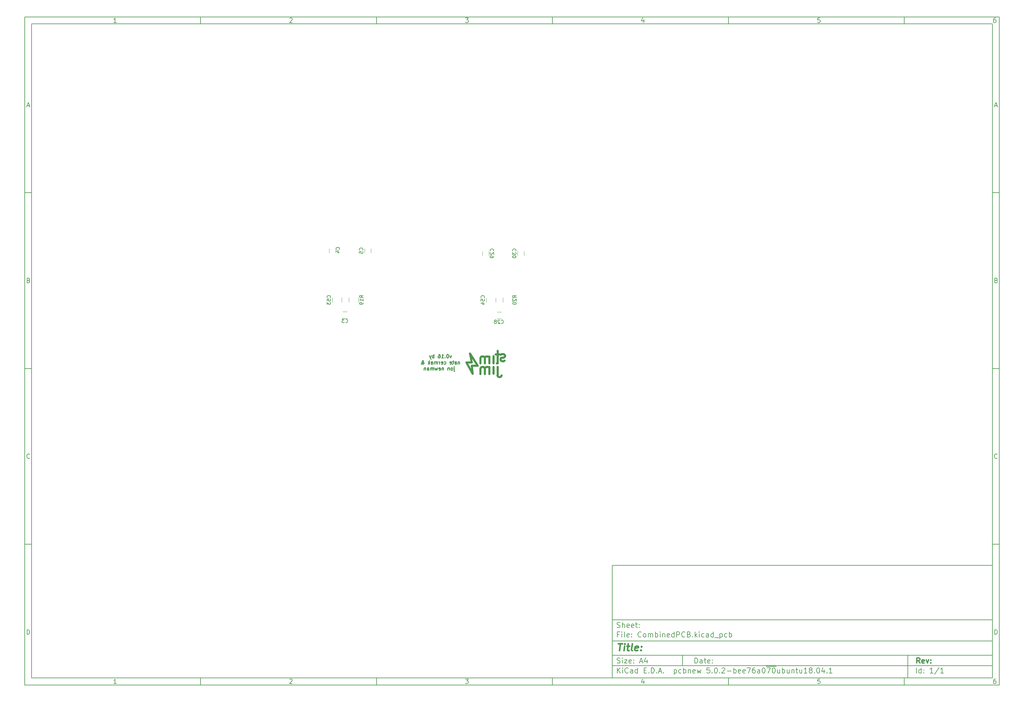
<source format=gbo>
G04 #@! TF.GenerationSoftware,KiCad,Pcbnew,5.0.2-bee76a0~70~ubuntu18.04.1*
G04 #@! TF.CreationDate,2019-02-25T13:51:23+02:00*
G04 #@! TF.ProjectId,CombinedPCB,436f6d62-696e-4656-9450-43422e6b6963,rev?*
G04 #@! TF.SameCoordinates,Original*
G04 #@! TF.FileFunction,Legend,Bot*
G04 #@! TF.FilePolarity,Positive*
%FSLAX46Y46*%
G04 Gerber Fmt 4.6, Leading zero omitted, Abs format (unit mm)*
G04 Created by KiCad (PCBNEW 5.0.2-bee76a0~70~ubuntu18.04.1) date Mon Feb 25 13:51:23 2019*
%MOMM*%
%LPD*%
G01*
G04 APERTURE LIST*
%ADD10C,0.100000*%
%ADD11C,0.150000*%
%ADD12C,0.300000*%
%ADD13C,0.400000*%
%ADD14C,0.600000*%
%ADD15C,0.250000*%
%ADD16C,0.120000*%
G04 APERTURE END LIST*
D10*
D11*
X177002200Y-166007200D02*
X177002200Y-198007200D01*
X285002200Y-198007200D01*
X285002200Y-166007200D01*
X177002200Y-166007200D01*
D10*
D11*
X10000000Y-10000000D02*
X10000000Y-200007200D01*
X287002200Y-200007200D01*
X287002200Y-10000000D01*
X10000000Y-10000000D01*
D10*
D11*
X12000000Y-12000000D02*
X12000000Y-198007200D01*
X285002200Y-198007200D01*
X285002200Y-12000000D01*
X12000000Y-12000000D01*
D10*
D11*
X60000000Y-12000000D02*
X60000000Y-10000000D01*
D10*
D11*
X110000000Y-12000000D02*
X110000000Y-10000000D01*
D10*
D11*
X160000000Y-12000000D02*
X160000000Y-10000000D01*
D10*
D11*
X210000000Y-12000000D02*
X210000000Y-10000000D01*
D10*
D11*
X260000000Y-12000000D02*
X260000000Y-10000000D01*
D10*
D11*
X36065476Y-11588095D02*
X35322619Y-11588095D01*
X35694047Y-11588095D02*
X35694047Y-10288095D01*
X35570238Y-10473809D01*
X35446428Y-10597619D01*
X35322619Y-10659523D01*
D10*
D11*
X85322619Y-10411904D02*
X85384523Y-10350000D01*
X85508333Y-10288095D01*
X85817857Y-10288095D01*
X85941666Y-10350000D01*
X86003571Y-10411904D01*
X86065476Y-10535714D01*
X86065476Y-10659523D01*
X86003571Y-10845238D01*
X85260714Y-11588095D01*
X86065476Y-11588095D01*
D10*
D11*
X135260714Y-10288095D02*
X136065476Y-10288095D01*
X135632142Y-10783333D01*
X135817857Y-10783333D01*
X135941666Y-10845238D01*
X136003571Y-10907142D01*
X136065476Y-11030952D01*
X136065476Y-11340476D01*
X136003571Y-11464285D01*
X135941666Y-11526190D01*
X135817857Y-11588095D01*
X135446428Y-11588095D01*
X135322619Y-11526190D01*
X135260714Y-11464285D01*
D10*
D11*
X185941666Y-10721428D02*
X185941666Y-11588095D01*
X185632142Y-10226190D02*
X185322619Y-11154761D01*
X186127380Y-11154761D01*
D10*
D11*
X236003571Y-10288095D02*
X235384523Y-10288095D01*
X235322619Y-10907142D01*
X235384523Y-10845238D01*
X235508333Y-10783333D01*
X235817857Y-10783333D01*
X235941666Y-10845238D01*
X236003571Y-10907142D01*
X236065476Y-11030952D01*
X236065476Y-11340476D01*
X236003571Y-11464285D01*
X235941666Y-11526190D01*
X235817857Y-11588095D01*
X235508333Y-11588095D01*
X235384523Y-11526190D01*
X235322619Y-11464285D01*
D10*
D11*
X285941666Y-10288095D02*
X285694047Y-10288095D01*
X285570238Y-10350000D01*
X285508333Y-10411904D01*
X285384523Y-10597619D01*
X285322619Y-10845238D01*
X285322619Y-11340476D01*
X285384523Y-11464285D01*
X285446428Y-11526190D01*
X285570238Y-11588095D01*
X285817857Y-11588095D01*
X285941666Y-11526190D01*
X286003571Y-11464285D01*
X286065476Y-11340476D01*
X286065476Y-11030952D01*
X286003571Y-10907142D01*
X285941666Y-10845238D01*
X285817857Y-10783333D01*
X285570238Y-10783333D01*
X285446428Y-10845238D01*
X285384523Y-10907142D01*
X285322619Y-11030952D01*
D10*
D11*
X60000000Y-198007200D02*
X60000000Y-200007200D01*
D10*
D11*
X110000000Y-198007200D02*
X110000000Y-200007200D01*
D10*
D11*
X160000000Y-198007200D02*
X160000000Y-200007200D01*
D10*
D11*
X210000000Y-198007200D02*
X210000000Y-200007200D01*
D10*
D11*
X260000000Y-198007200D02*
X260000000Y-200007200D01*
D10*
D11*
X36065476Y-199595295D02*
X35322619Y-199595295D01*
X35694047Y-199595295D02*
X35694047Y-198295295D01*
X35570238Y-198481009D01*
X35446428Y-198604819D01*
X35322619Y-198666723D01*
D10*
D11*
X85322619Y-198419104D02*
X85384523Y-198357200D01*
X85508333Y-198295295D01*
X85817857Y-198295295D01*
X85941666Y-198357200D01*
X86003571Y-198419104D01*
X86065476Y-198542914D01*
X86065476Y-198666723D01*
X86003571Y-198852438D01*
X85260714Y-199595295D01*
X86065476Y-199595295D01*
D10*
D11*
X135260714Y-198295295D02*
X136065476Y-198295295D01*
X135632142Y-198790533D01*
X135817857Y-198790533D01*
X135941666Y-198852438D01*
X136003571Y-198914342D01*
X136065476Y-199038152D01*
X136065476Y-199347676D01*
X136003571Y-199471485D01*
X135941666Y-199533390D01*
X135817857Y-199595295D01*
X135446428Y-199595295D01*
X135322619Y-199533390D01*
X135260714Y-199471485D01*
D10*
D11*
X185941666Y-198728628D02*
X185941666Y-199595295D01*
X185632142Y-198233390D02*
X185322619Y-199161961D01*
X186127380Y-199161961D01*
D10*
D11*
X236003571Y-198295295D02*
X235384523Y-198295295D01*
X235322619Y-198914342D01*
X235384523Y-198852438D01*
X235508333Y-198790533D01*
X235817857Y-198790533D01*
X235941666Y-198852438D01*
X236003571Y-198914342D01*
X236065476Y-199038152D01*
X236065476Y-199347676D01*
X236003571Y-199471485D01*
X235941666Y-199533390D01*
X235817857Y-199595295D01*
X235508333Y-199595295D01*
X235384523Y-199533390D01*
X235322619Y-199471485D01*
D10*
D11*
X285941666Y-198295295D02*
X285694047Y-198295295D01*
X285570238Y-198357200D01*
X285508333Y-198419104D01*
X285384523Y-198604819D01*
X285322619Y-198852438D01*
X285322619Y-199347676D01*
X285384523Y-199471485D01*
X285446428Y-199533390D01*
X285570238Y-199595295D01*
X285817857Y-199595295D01*
X285941666Y-199533390D01*
X286003571Y-199471485D01*
X286065476Y-199347676D01*
X286065476Y-199038152D01*
X286003571Y-198914342D01*
X285941666Y-198852438D01*
X285817857Y-198790533D01*
X285570238Y-198790533D01*
X285446428Y-198852438D01*
X285384523Y-198914342D01*
X285322619Y-199038152D01*
D10*
D11*
X10000000Y-60000000D02*
X12000000Y-60000000D01*
D10*
D11*
X10000000Y-110000000D02*
X12000000Y-110000000D01*
D10*
D11*
X10000000Y-160000000D02*
X12000000Y-160000000D01*
D10*
D11*
X10690476Y-35216666D02*
X11309523Y-35216666D01*
X10566666Y-35588095D02*
X11000000Y-34288095D01*
X11433333Y-35588095D01*
D10*
D11*
X11092857Y-84907142D02*
X11278571Y-84969047D01*
X11340476Y-85030952D01*
X11402380Y-85154761D01*
X11402380Y-85340476D01*
X11340476Y-85464285D01*
X11278571Y-85526190D01*
X11154761Y-85588095D01*
X10659523Y-85588095D01*
X10659523Y-84288095D01*
X11092857Y-84288095D01*
X11216666Y-84350000D01*
X11278571Y-84411904D01*
X11340476Y-84535714D01*
X11340476Y-84659523D01*
X11278571Y-84783333D01*
X11216666Y-84845238D01*
X11092857Y-84907142D01*
X10659523Y-84907142D01*
D10*
D11*
X11402380Y-135464285D02*
X11340476Y-135526190D01*
X11154761Y-135588095D01*
X11030952Y-135588095D01*
X10845238Y-135526190D01*
X10721428Y-135402380D01*
X10659523Y-135278571D01*
X10597619Y-135030952D01*
X10597619Y-134845238D01*
X10659523Y-134597619D01*
X10721428Y-134473809D01*
X10845238Y-134350000D01*
X11030952Y-134288095D01*
X11154761Y-134288095D01*
X11340476Y-134350000D01*
X11402380Y-134411904D01*
D10*
D11*
X10659523Y-185588095D02*
X10659523Y-184288095D01*
X10969047Y-184288095D01*
X11154761Y-184350000D01*
X11278571Y-184473809D01*
X11340476Y-184597619D01*
X11402380Y-184845238D01*
X11402380Y-185030952D01*
X11340476Y-185278571D01*
X11278571Y-185402380D01*
X11154761Y-185526190D01*
X10969047Y-185588095D01*
X10659523Y-185588095D01*
D10*
D11*
X287002200Y-60000000D02*
X285002200Y-60000000D01*
D10*
D11*
X287002200Y-110000000D02*
X285002200Y-110000000D01*
D10*
D11*
X287002200Y-160000000D02*
X285002200Y-160000000D01*
D10*
D11*
X285692676Y-35216666D02*
X286311723Y-35216666D01*
X285568866Y-35588095D02*
X286002200Y-34288095D01*
X286435533Y-35588095D01*
D10*
D11*
X286095057Y-84907142D02*
X286280771Y-84969047D01*
X286342676Y-85030952D01*
X286404580Y-85154761D01*
X286404580Y-85340476D01*
X286342676Y-85464285D01*
X286280771Y-85526190D01*
X286156961Y-85588095D01*
X285661723Y-85588095D01*
X285661723Y-84288095D01*
X286095057Y-84288095D01*
X286218866Y-84350000D01*
X286280771Y-84411904D01*
X286342676Y-84535714D01*
X286342676Y-84659523D01*
X286280771Y-84783333D01*
X286218866Y-84845238D01*
X286095057Y-84907142D01*
X285661723Y-84907142D01*
D10*
D11*
X286404580Y-135464285D02*
X286342676Y-135526190D01*
X286156961Y-135588095D01*
X286033152Y-135588095D01*
X285847438Y-135526190D01*
X285723628Y-135402380D01*
X285661723Y-135278571D01*
X285599819Y-135030952D01*
X285599819Y-134845238D01*
X285661723Y-134597619D01*
X285723628Y-134473809D01*
X285847438Y-134350000D01*
X286033152Y-134288095D01*
X286156961Y-134288095D01*
X286342676Y-134350000D01*
X286404580Y-134411904D01*
D10*
D11*
X285661723Y-185588095D02*
X285661723Y-184288095D01*
X285971247Y-184288095D01*
X286156961Y-184350000D01*
X286280771Y-184473809D01*
X286342676Y-184597619D01*
X286404580Y-184845238D01*
X286404580Y-185030952D01*
X286342676Y-185278571D01*
X286280771Y-185402380D01*
X286156961Y-185526190D01*
X285971247Y-185588095D01*
X285661723Y-185588095D01*
D10*
D11*
X200434342Y-193785771D02*
X200434342Y-192285771D01*
X200791485Y-192285771D01*
X201005771Y-192357200D01*
X201148628Y-192500057D01*
X201220057Y-192642914D01*
X201291485Y-192928628D01*
X201291485Y-193142914D01*
X201220057Y-193428628D01*
X201148628Y-193571485D01*
X201005771Y-193714342D01*
X200791485Y-193785771D01*
X200434342Y-193785771D01*
X202577200Y-193785771D02*
X202577200Y-193000057D01*
X202505771Y-192857200D01*
X202362914Y-192785771D01*
X202077200Y-192785771D01*
X201934342Y-192857200D01*
X202577200Y-193714342D02*
X202434342Y-193785771D01*
X202077200Y-193785771D01*
X201934342Y-193714342D01*
X201862914Y-193571485D01*
X201862914Y-193428628D01*
X201934342Y-193285771D01*
X202077200Y-193214342D01*
X202434342Y-193214342D01*
X202577200Y-193142914D01*
X203077200Y-192785771D02*
X203648628Y-192785771D01*
X203291485Y-192285771D02*
X203291485Y-193571485D01*
X203362914Y-193714342D01*
X203505771Y-193785771D01*
X203648628Y-193785771D01*
X204720057Y-193714342D02*
X204577200Y-193785771D01*
X204291485Y-193785771D01*
X204148628Y-193714342D01*
X204077200Y-193571485D01*
X204077200Y-193000057D01*
X204148628Y-192857200D01*
X204291485Y-192785771D01*
X204577200Y-192785771D01*
X204720057Y-192857200D01*
X204791485Y-193000057D01*
X204791485Y-193142914D01*
X204077200Y-193285771D01*
X205434342Y-193642914D02*
X205505771Y-193714342D01*
X205434342Y-193785771D01*
X205362914Y-193714342D01*
X205434342Y-193642914D01*
X205434342Y-193785771D01*
X205434342Y-192857200D02*
X205505771Y-192928628D01*
X205434342Y-193000057D01*
X205362914Y-192928628D01*
X205434342Y-192857200D01*
X205434342Y-193000057D01*
D10*
D11*
X177002200Y-194507200D02*
X285002200Y-194507200D01*
D10*
D11*
X178434342Y-196585771D02*
X178434342Y-195085771D01*
X179291485Y-196585771D02*
X178648628Y-195728628D01*
X179291485Y-195085771D02*
X178434342Y-195942914D01*
X179934342Y-196585771D02*
X179934342Y-195585771D01*
X179934342Y-195085771D02*
X179862914Y-195157200D01*
X179934342Y-195228628D01*
X180005771Y-195157200D01*
X179934342Y-195085771D01*
X179934342Y-195228628D01*
X181505771Y-196442914D02*
X181434342Y-196514342D01*
X181220057Y-196585771D01*
X181077200Y-196585771D01*
X180862914Y-196514342D01*
X180720057Y-196371485D01*
X180648628Y-196228628D01*
X180577200Y-195942914D01*
X180577200Y-195728628D01*
X180648628Y-195442914D01*
X180720057Y-195300057D01*
X180862914Y-195157200D01*
X181077200Y-195085771D01*
X181220057Y-195085771D01*
X181434342Y-195157200D01*
X181505771Y-195228628D01*
X182791485Y-196585771D02*
X182791485Y-195800057D01*
X182720057Y-195657200D01*
X182577200Y-195585771D01*
X182291485Y-195585771D01*
X182148628Y-195657200D01*
X182791485Y-196514342D02*
X182648628Y-196585771D01*
X182291485Y-196585771D01*
X182148628Y-196514342D01*
X182077200Y-196371485D01*
X182077200Y-196228628D01*
X182148628Y-196085771D01*
X182291485Y-196014342D01*
X182648628Y-196014342D01*
X182791485Y-195942914D01*
X184148628Y-196585771D02*
X184148628Y-195085771D01*
X184148628Y-196514342D02*
X184005771Y-196585771D01*
X183720057Y-196585771D01*
X183577200Y-196514342D01*
X183505771Y-196442914D01*
X183434342Y-196300057D01*
X183434342Y-195871485D01*
X183505771Y-195728628D01*
X183577200Y-195657200D01*
X183720057Y-195585771D01*
X184005771Y-195585771D01*
X184148628Y-195657200D01*
X186005771Y-195800057D02*
X186505771Y-195800057D01*
X186720057Y-196585771D02*
X186005771Y-196585771D01*
X186005771Y-195085771D01*
X186720057Y-195085771D01*
X187362914Y-196442914D02*
X187434342Y-196514342D01*
X187362914Y-196585771D01*
X187291485Y-196514342D01*
X187362914Y-196442914D01*
X187362914Y-196585771D01*
X188077200Y-196585771D02*
X188077200Y-195085771D01*
X188434342Y-195085771D01*
X188648628Y-195157200D01*
X188791485Y-195300057D01*
X188862914Y-195442914D01*
X188934342Y-195728628D01*
X188934342Y-195942914D01*
X188862914Y-196228628D01*
X188791485Y-196371485D01*
X188648628Y-196514342D01*
X188434342Y-196585771D01*
X188077200Y-196585771D01*
X189577200Y-196442914D02*
X189648628Y-196514342D01*
X189577200Y-196585771D01*
X189505771Y-196514342D01*
X189577200Y-196442914D01*
X189577200Y-196585771D01*
X190220057Y-196157200D02*
X190934342Y-196157200D01*
X190077200Y-196585771D02*
X190577200Y-195085771D01*
X191077200Y-196585771D01*
X191577200Y-196442914D02*
X191648628Y-196514342D01*
X191577200Y-196585771D01*
X191505771Y-196514342D01*
X191577200Y-196442914D01*
X191577200Y-196585771D01*
X194577200Y-195585771D02*
X194577200Y-197085771D01*
X194577200Y-195657200D02*
X194720057Y-195585771D01*
X195005771Y-195585771D01*
X195148628Y-195657200D01*
X195220057Y-195728628D01*
X195291485Y-195871485D01*
X195291485Y-196300057D01*
X195220057Y-196442914D01*
X195148628Y-196514342D01*
X195005771Y-196585771D01*
X194720057Y-196585771D01*
X194577200Y-196514342D01*
X196577200Y-196514342D02*
X196434342Y-196585771D01*
X196148628Y-196585771D01*
X196005771Y-196514342D01*
X195934342Y-196442914D01*
X195862914Y-196300057D01*
X195862914Y-195871485D01*
X195934342Y-195728628D01*
X196005771Y-195657200D01*
X196148628Y-195585771D01*
X196434342Y-195585771D01*
X196577200Y-195657200D01*
X197220057Y-196585771D02*
X197220057Y-195085771D01*
X197220057Y-195657200D02*
X197362914Y-195585771D01*
X197648628Y-195585771D01*
X197791485Y-195657200D01*
X197862914Y-195728628D01*
X197934342Y-195871485D01*
X197934342Y-196300057D01*
X197862914Y-196442914D01*
X197791485Y-196514342D01*
X197648628Y-196585771D01*
X197362914Y-196585771D01*
X197220057Y-196514342D01*
X198577200Y-195585771D02*
X198577200Y-196585771D01*
X198577200Y-195728628D02*
X198648628Y-195657200D01*
X198791485Y-195585771D01*
X199005771Y-195585771D01*
X199148628Y-195657200D01*
X199220057Y-195800057D01*
X199220057Y-196585771D01*
X200505771Y-196514342D02*
X200362914Y-196585771D01*
X200077200Y-196585771D01*
X199934342Y-196514342D01*
X199862914Y-196371485D01*
X199862914Y-195800057D01*
X199934342Y-195657200D01*
X200077200Y-195585771D01*
X200362914Y-195585771D01*
X200505771Y-195657200D01*
X200577200Y-195800057D01*
X200577200Y-195942914D01*
X199862914Y-196085771D01*
X201077200Y-195585771D02*
X201362914Y-196585771D01*
X201648628Y-195871485D01*
X201934342Y-196585771D01*
X202220057Y-195585771D01*
X204648628Y-195085771D02*
X203934342Y-195085771D01*
X203862914Y-195800057D01*
X203934342Y-195728628D01*
X204077200Y-195657200D01*
X204434342Y-195657200D01*
X204577200Y-195728628D01*
X204648628Y-195800057D01*
X204720057Y-195942914D01*
X204720057Y-196300057D01*
X204648628Y-196442914D01*
X204577200Y-196514342D01*
X204434342Y-196585771D01*
X204077200Y-196585771D01*
X203934342Y-196514342D01*
X203862914Y-196442914D01*
X205362914Y-196442914D02*
X205434342Y-196514342D01*
X205362914Y-196585771D01*
X205291485Y-196514342D01*
X205362914Y-196442914D01*
X205362914Y-196585771D01*
X206362914Y-195085771D02*
X206505771Y-195085771D01*
X206648628Y-195157200D01*
X206720057Y-195228628D01*
X206791485Y-195371485D01*
X206862914Y-195657200D01*
X206862914Y-196014342D01*
X206791485Y-196300057D01*
X206720057Y-196442914D01*
X206648628Y-196514342D01*
X206505771Y-196585771D01*
X206362914Y-196585771D01*
X206220057Y-196514342D01*
X206148628Y-196442914D01*
X206077200Y-196300057D01*
X206005771Y-196014342D01*
X206005771Y-195657200D01*
X206077200Y-195371485D01*
X206148628Y-195228628D01*
X206220057Y-195157200D01*
X206362914Y-195085771D01*
X207505771Y-196442914D02*
X207577200Y-196514342D01*
X207505771Y-196585771D01*
X207434342Y-196514342D01*
X207505771Y-196442914D01*
X207505771Y-196585771D01*
X208148628Y-195228628D02*
X208220057Y-195157200D01*
X208362914Y-195085771D01*
X208720057Y-195085771D01*
X208862914Y-195157200D01*
X208934342Y-195228628D01*
X209005771Y-195371485D01*
X209005771Y-195514342D01*
X208934342Y-195728628D01*
X208077200Y-196585771D01*
X209005771Y-196585771D01*
X209648628Y-196014342D02*
X210791485Y-196014342D01*
X211505771Y-196585771D02*
X211505771Y-195085771D01*
X211505771Y-195657200D02*
X211648628Y-195585771D01*
X211934342Y-195585771D01*
X212077200Y-195657200D01*
X212148628Y-195728628D01*
X212220057Y-195871485D01*
X212220057Y-196300057D01*
X212148628Y-196442914D01*
X212077200Y-196514342D01*
X211934342Y-196585771D01*
X211648628Y-196585771D01*
X211505771Y-196514342D01*
X213434342Y-196514342D02*
X213291485Y-196585771D01*
X213005771Y-196585771D01*
X212862914Y-196514342D01*
X212791485Y-196371485D01*
X212791485Y-195800057D01*
X212862914Y-195657200D01*
X213005771Y-195585771D01*
X213291485Y-195585771D01*
X213434342Y-195657200D01*
X213505771Y-195800057D01*
X213505771Y-195942914D01*
X212791485Y-196085771D01*
X214720057Y-196514342D02*
X214577200Y-196585771D01*
X214291485Y-196585771D01*
X214148628Y-196514342D01*
X214077200Y-196371485D01*
X214077200Y-195800057D01*
X214148628Y-195657200D01*
X214291485Y-195585771D01*
X214577200Y-195585771D01*
X214720057Y-195657200D01*
X214791485Y-195800057D01*
X214791485Y-195942914D01*
X214077200Y-196085771D01*
X215291485Y-195085771D02*
X216291485Y-195085771D01*
X215648628Y-196585771D01*
X217505771Y-195085771D02*
X217220057Y-195085771D01*
X217077200Y-195157200D01*
X217005771Y-195228628D01*
X216862914Y-195442914D01*
X216791485Y-195728628D01*
X216791485Y-196300057D01*
X216862914Y-196442914D01*
X216934342Y-196514342D01*
X217077200Y-196585771D01*
X217362914Y-196585771D01*
X217505771Y-196514342D01*
X217577200Y-196442914D01*
X217648628Y-196300057D01*
X217648628Y-195942914D01*
X217577200Y-195800057D01*
X217505771Y-195728628D01*
X217362914Y-195657200D01*
X217077200Y-195657200D01*
X216934342Y-195728628D01*
X216862914Y-195800057D01*
X216791485Y-195942914D01*
X218934342Y-196585771D02*
X218934342Y-195800057D01*
X218862914Y-195657200D01*
X218720057Y-195585771D01*
X218434342Y-195585771D01*
X218291485Y-195657200D01*
X218934342Y-196514342D02*
X218791485Y-196585771D01*
X218434342Y-196585771D01*
X218291485Y-196514342D01*
X218220057Y-196371485D01*
X218220057Y-196228628D01*
X218291485Y-196085771D01*
X218434342Y-196014342D01*
X218791485Y-196014342D01*
X218934342Y-195942914D01*
X219934342Y-195085771D02*
X220077200Y-195085771D01*
X220220057Y-195157200D01*
X220291485Y-195228628D01*
X220362914Y-195371485D01*
X220434342Y-195657200D01*
X220434342Y-196014342D01*
X220362914Y-196300057D01*
X220291485Y-196442914D01*
X220220057Y-196514342D01*
X220077200Y-196585771D01*
X219934342Y-196585771D01*
X219791485Y-196514342D01*
X219720057Y-196442914D01*
X219648628Y-196300057D01*
X219577200Y-196014342D01*
X219577200Y-195657200D01*
X219648628Y-195371485D01*
X219720057Y-195228628D01*
X219791485Y-195157200D01*
X219934342Y-195085771D01*
X220720057Y-194677200D02*
X222148628Y-194677200D01*
X220934342Y-195085771D02*
X221934342Y-195085771D01*
X221291485Y-196585771D01*
X222148628Y-194677200D02*
X223577200Y-194677200D01*
X222791485Y-195085771D02*
X222934342Y-195085771D01*
X223077200Y-195157200D01*
X223148628Y-195228628D01*
X223220057Y-195371485D01*
X223291485Y-195657200D01*
X223291485Y-196014342D01*
X223220057Y-196300057D01*
X223148628Y-196442914D01*
X223077200Y-196514342D01*
X222934342Y-196585771D01*
X222791485Y-196585771D01*
X222648628Y-196514342D01*
X222577200Y-196442914D01*
X222505771Y-196300057D01*
X222434342Y-196014342D01*
X222434342Y-195657200D01*
X222505771Y-195371485D01*
X222577200Y-195228628D01*
X222648628Y-195157200D01*
X222791485Y-195085771D01*
X224577200Y-195585771D02*
X224577200Y-196585771D01*
X223934342Y-195585771D02*
X223934342Y-196371485D01*
X224005771Y-196514342D01*
X224148628Y-196585771D01*
X224362914Y-196585771D01*
X224505771Y-196514342D01*
X224577200Y-196442914D01*
X225291485Y-196585771D02*
X225291485Y-195085771D01*
X225291485Y-195657200D02*
X225434342Y-195585771D01*
X225720057Y-195585771D01*
X225862914Y-195657200D01*
X225934342Y-195728628D01*
X226005771Y-195871485D01*
X226005771Y-196300057D01*
X225934342Y-196442914D01*
X225862914Y-196514342D01*
X225720057Y-196585771D01*
X225434342Y-196585771D01*
X225291485Y-196514342D01*
X227291485Y-195585771D02*
X227291485Y-196585771D01*
X226648628Y-195585771D02*
X226648628Y-196371485D01*
X226720057Y-196514342D01*
X226862914Y-196585771D01*
X227077200Y-196585771D01*
X227220057Y-196514342D01*
X227291485Y-196442914D01*
X228005771Y-195585771D02*
X228005771Y-196585771D01*
X228005771Y-195728628D02*
X228077200Y-195657200D01*
X228220057Y-195585771D01*
X228434342Y-195585771D01*
X228577200Y-195657200D01*
X228648628Y-195800057D01*
X228648628Y-196585771D01*
X229148628Y-195585771D02*
X229720057Y-195585771D01*
X229362914Y-195085771D02*
X229362914Y-196371485D01*
X229434342Y-196514342D01*
X229577200Y-196585771D01*
X229720057Y-196585771D01*
X230862914Y-195585771D02*
X230862914Y-196585771D01*
X230220057Y-195585771D02*
X230220057Y-196371485D01*
X230291485Y-196514342D01*
X230434342Y-196585771D01*
X230648628Y-196585771D01*
X230791485Y-196514342D01*
X230862914Y-196442914D01*
X232362914Y-196585771D02*
X231505771Y-196585771D01*
X231934342Y-196585771D02*
X231934342Y-195085771D01*
X231791485Y-195300057D01*
X231648628Y-195442914D01*
X231505771Y-195514342D01*
X233220057Y-195728628D02*
X233077200Y-195657200D01*
X233005771Y-195585771D01*
X232934342Y-195442914D01*
X232934342Y-195371485D01*
X233005771Y-195228628D01*
X233077200Y-195157200D01*
X233220057Y-195085771D01*
X233505771Y-195085771D01*
X233648628Y-195157200D01*
X233720057Y-195228628D01*
X233791485Y-195371485D01*
X233791485Y-195442914D01*
X233720057Y-195585771D01*
X233648628Y-195657200D01*
X233505771Y-195728628D01*
X233220057Y-195728628D01*
X233077200Y-195800057D01*
X233005771Y-195871485D01*
X232934342Y-196014342D01*
X232934342Y-196300057D01*
X233005771Y-196442914D01*
X233077200Y-196514342D01*
X233220057Y-196585771D01*
X233505771Y-196585771D01*
X233648628Y-196514342D01*
X233720057Y-196442914D01*
X233791485Y-196300057D01*
X233791485Y-196014342D01*
X233720057Y-195871485D01*
X233648628Y-195800057D01*
X233505771Y-195728628D01*
X234434342Y-196442914D02*
X234505771Y-196514342D01*
X234434342Y-196585771D01*
X234362914Y-196514342D01*
X234434342Y-196442914D01*
X234434342Y-196585771D01*
X235434342Y-195085771D02*
X235577200Y-195085771D01*
X235720057Y-195157200D01*
X235791485Y-195228628D01*
X235862914Y-195371485D01*
X235934342Y-195657200D01*
X235934342Y-196014342D01*
X235862914Y-196300057D01*
X235791485Y-196442914D01*
X235720057Y-196514342D01*
X235577200Y-196585771D01*
X235434342Y-196585771D01*
X235291485Y-196514342D01*
X235220057Y-196442914D01*
X235148628Y-196300057D01*
X235077200Y-196014342D01*
X235077200Y-195657200D01*
X235148628Y-195371485D01*
X235220057Y-195228628D01*
X235291485Y-195157200D01*
X235434342Y-195085771D01*
X237220057Y-195585771D02*
X237220057Y-196585771D01*
X236862914Y-195014342D02*
X236505771Y-196085771D01*
X237434342Y-196085771D01*
X238005771Y-196442914D02*
X238077199Y-196514342D01*
X238005771Y-196585771D01*
X237934342Y-196514342D01*
X238005771Y-196442914D01*
X238005771Y-196585771D01*
X239505771Y-196585771D02*
X238648628Y-196585771D01*
X239077200Y-196585771D02*
X239077200Y-195085771D01*
X238934342Y-195300057D01*
X238791485Y-195442914D01*
X238648628Y-195514342D01*
D10*
D11*
X177002200Y-191507200D02*
X285002200Y-191507200D01*
D10*
D12*
X264411485Y-193785771D02*
X263911485Y-193071485D01*
X263554342Y-193785771D02*
X263554342Y-192285771D01*
X264125771Y-192285771D01*
X264268628Y-192357200D01*
X264340057Y-192428628D01*
X264411485Y-192571485D01*
X264411485Y-192785771D01*
X264340057Y-192928628D01*
X264268628Y-193000057D01*
X264125771Y-193071485D01*
X263554342Y-193071485D01*
X265625771Y-193714342D02*
X265482914Y-193785771D01*
X265197200Y-193785771D01*
X265054342Y-193714342D01*
X264982914Y-193571485D01*
X264982914Y-193000057D01*
X265054342Y-192857200D01*
X265197200Y-192785771D01*
X265482914Y-192785771D01*
X265625771Y-192857200D01*
X265697200Y-193000057D01*
X265697200Y-193142914D01*
X264982914Y-193285771D01*
X266197200Y-192785771D02*
X266554342Y-193785771D01*
X266911485Y-192785771D01*
X267482914Y-193642914D02*
X267554342Y-193714342D01*
X267482914Y-193785771D01*
X267411485Y-193714342D01*
X267482914Y-193642914D01*
X267482914Y-193785771D01*
X267482914Y-192857200D02*
X267554342Y-192928628D01*
X267482914Y-193000057D01*
X267411485Y-192928628D01*
X267482914Y-192857200D01*
X267482914Y-193000057D01*
D10*
D11*
X178362914Y-193714342D02*
X178577200Y-193785771D01*
X178934342Y-193785771D01*
X179077200Y-193714342D01*
X179148628Y-193642914D01*
X179220057Y-193500057D01*
X179220057Y-193357200D01*
X179148628Y-193214342D01*
X179077200Y-193142914D01*
X178934342Y-193071485D01*
X178648628Y-193000057D01*
X178505771Y-192928628D01*
X178434342Y-192857200D01*
X178362914Y-192714342D01*
X178362914Y-192571485D01*
X178434342Y-192428628D01*
X178505771Y-192357200D01*
X178648628Y-192285771D01*
X179005771Y-192285771D01*
X179220057Y-192357200D01*
X179862914Y-193785771D02*
X179862914Y-192785771D01*
X179862914Y-192285771D02*
X179791485Y-192357200D01*
X179862914Y-192428628D01*
X179934342Y-192357200D01*
X179862914Y-192285771D01*
X179862914Y-192428628D01*
X180434342Y-192785771D02*
X181220057Y-192785771D01*
X180434342Y-193785771D01*
X181220057Y-193785771D01*
X182362914Y-193714342D02*
X182220057Y-193785771D01*
X181934342Y-193785771D01*
X181791485Y-193714342D01*
X181720057Y-193571485D01*
X181720057Y-193000057D01*
X181791485Y-192857200D01*
X181934342Y-192785771D01*
X182220057Y-192785771D01*
X182362914Y-192857200D01*
X182434342Y-193000057D01*
X182434342Y-193142914D01*
X181720057Y-193285771D01*
X183077200Y-193642914D02*
X183148628Y-193714342D01*
X183077200Y-193785771D01*
X183005771Y-193714342D01*
X183077200Y-193642914D01*
X183077200Y-193785771D01*
X183077200Y-192857200D02*
X183148628Y-192928628D01*
X183077200Y-193000057D01*
X183005771Y-192928628D01*
X183077200Y-192857200D01*
X183077200Y-193000057D01*
X184862914Y-193357200D02*
X185577200Y-193357200D01*
X184720057Y-193785771D02*
X185220057Y-192285771D01*
X185720057Y-193785771D01*
X186862914Y-192785771D02*
X186862914Y-193785771D01*
X186505771Y-192214342D02*
X186148628Y-193285771D01*
X187077200Y-193285771D01*
D10*
D11*
X263434342Y-196585771D02*
X263434342Y-195085771D01*
X264791485Y-196585771D02*
X264791485Y-195085771D01*
X264791485Y-196514342D02*
X264648628Y-196585771D01*
X264362914Y-196585771D01*
X264220057Y-196514342D01*
X264148628Y-196442914D01*
X264077200Y-196300057D01*
X264077200Y-195871485D01*
X264148628Y-195728628D01*
X264220057Y-195657200D01*
X264362914Y-195585771D01*
X264648628Y-195585771D01*
X264791485Y-195657200D01*
X265505771Y-196442914D02*
X265577200Y-196514342D01*
X265505771Y-196585771D01*
X265434342Y-196514342D01*
X265505771Y-196442914D01*
X265505771Y-196585771D01*
X265505771Y-195657200D02*
X265577200Y-195728628D01*
X265505771Y-195800057D01*
X265434342Y-195728628D01*
X265505771Y-195657200D01*
X265505771Y-195800057D01*
X268148628Y-196585771D02*
X267291485Y-196585771D01*
X267720057Y-196585771D02*
X267720057Y-195085771D01*
X267577200Y-195300057D01*
X267434342Y-195442914D01*
X267291485Y-195514342D01*
X269862914Y-195014342D02*
X268577200Y-196942914D01*
X271148628Y-196585771D02*
X270291485Y-196585771D01*
X270720057Y-196585771D02*
X270720057Y-195085771D01*
X270577200Y-195300057D01*
X270434342Y-195442914D01*
X270291485Y-195514342D01*
D10*
D11*
X177002200Y-187507200D02*
X285002200Y-187507200D01*
D10*
D13*
X178714580Y-188211961D02*
X179857438Y-188211961D01*
X179036009Y-190211961D02*
X179286009Y-188211961D01*
X180274104Y-190211961D02*
X180440771Y-188878628D01*
X180524104Y-188211961D02*
X180416961Y-188307200D01*
X180500295Y-188402438D01*
X180607438Y-188307200D01*
X180524104Y-188211961D01*
X180500295Y-188402438D01*
X181107438Y-188878628D02*
X181869342Y-188878628D01*
X181476485Y-188211961D02*
X181262200Y-189926247D01*
X181333628Y-190116723D01*
X181512200Y-190211961D01*
X181702676Y-190211961D01*
X182655057Y-190211961D02*
X182476485Y-190116723D01*
X182405057Y-189926247D01*
X182619342Y-188211961D01*
X184190771Y-190116723D02*
X183988390Y-190211961D01*
X183607438Y-190211961D01*
X183428866Y-190116723D01*
X183357438Y-189926247D01*
X183452676Y-189164342D01*
X183571723Y-188973866D01*
X183774104Y-188878628D01*
X184155057Y-188878628D01*
X184333628Y-188973866D01*
X184405057Y-189164342D01*
X184381247Y-189354819D01*
X183405057Y-189545295D01*
X185155057Y-190021485D02*
X185238390Y-190116723D01*
X185131247Y-190211961D01*
X185047914Y-190116723D01*
X185155057Y-190021485D01*
X185131247Y-190211961D01*
X185286009Y-188973866D02*
X185369342Y-189069104D01*
X185262200Y-189164342D01*
X185178866Y-189069104D01*
X185286009Y-188973866D01*
X185262200Y-189164342D01*
D10*
D11*
X178934342Y-185600057D02*
X178434342Y-185600057D01*
X178434342Y-186385771D02*
X178434342Y-184885771D01*
X179148628Y-184885771D01*
X179720057Y-186385771D02*
X179720057Y-185385771D01*
X179720057Y-184885771D02*
X179648628Y-184957200D01*
X179720057Y-185028628D01*
X179791485Y-184957200D01*
X179720057Y-184885771D01*
X179720057Y-185028628D01*
X180648628Y-186385771D02*
X180505771Y-186314342D01*
X180434342Y-186171485D01*
X180434342Y-184885771D01*
X181791485Y-186314342D02*
X181648628Y-186385771D01*
X181362914Y-186385771D01*
X181220057Y-186314342D01*
X181148628Y-186171485D01*
X181148628Y-185600057D01*
X181220057Y-185457200D01*
X181362914Y-185385771D01*
X181648628Y-185385771D01*
X181791485Y-185457200D01*
X181862914Y-185600057D01*
X181862914Y-185742914D01*
X181148628Y-185885771D01*
X182505771Y-186242914D02*
X182577200Y-186314342D01*
X182505771Y-186385771D01*
X182434342Y-186314342D01*
X182505771Y-186242914D01*
X182505771Y-186385771D01*
X182505771Y-185457200D02*
X182577200Y-185528628D01*
X182505771Y-185600057D01*
X182434342Y-185528628D01*
X182505771Y-185457200D01*
X182505771Y-185600057D01*
X185220057Y-186242914D02*
X185148628Y-186314342D01*
X184934342Y-186385771D01*
X184791485Y-186385771D01*
X184577200Y-186314342D01*
X184434342Y-186171485D01*
X184362914Y-186028628D01*
X184291485Y-185742914D01*
X184291485Y-185528628D01*
X184362914Y-185242914D01*
X184434342Y-185100057D01*
X184577200Y-184957200D01*
X184791485Y-184885771D01*
X184934342Y-184885771D01*
X185148628Y-184957200D01*
X185220057Y-185028628D01*
X186077200Y-186385771D02*
X185934342Y-186314342D01*
X185862914Y-186242914D01*
X185791485Y-186100057D01*
X185791485Y-185671485D01*
X185862914Y-185528628D01*
X185934342Y-185457200D01*
X186077200Y-185385771D01*
X186291485Y-185385771D01*
X186434342Y-185457200D01*
X186505771Y-185528628D01*
X186577200Y-185671485D01*
X186577200Y-186100057D01*
X186505771Y-186242914D01*
X186434342Y-186314342D01*
X186291485Y-186385771D01*
X186077200Y-186385771D01*
X187220057Y-186385771D02*
X187220057Y-185385771D01*
X187220057Y-185528628D02*
X187291485Y-185457200D01*
X187434342Y-185385771D01*
X187648628Y-185385771D01*
X187791485Y-185457200D01*
X187862914Y-185600057D01*
X187862914Y-186385771D01*
X187862914Y-185600057D02*
X187934342Y-185457200D01*
X188077200Y-185385771D01*
X188291485Y-185385771D01*
X188434342Y-185457200D01*
X188505771Y-185600057D01*
X188505771Y-186385771D01*
X189220057Y-186385771D02*
X189220057Y-184885771D01*
X189220057Y-185457200D02*
X189362914Y-185385771D01*
X189648628Y-185385771D01*
X189791485Y-185457200D01*
X189862914Y-185528628D01*
X189934342Y-185671485D01*
X189934342Y-186100057D01*
X189862914Y-186242914D01*
X189791485Y-186314342D01*
X189648628Y-186385771D01*
X189362914Y-186385771D01*
X189220057Y-186314342D01*
X190577200Y-186385771D02*
X190577200Y-185385771D01*
X190577200Y-184885771D02*
X190505771Y-184957200D01*
X190577200Y-185028628D01*
X190648628Y-184957200D01*
X190577200Y-184885771D01*
X190577200Y-185028628D01*
X191291485Y-185385771D02*
X191291485Y-186385771D01*
X191291485Y-185528628D02*
X191362914Y-185457200D01*
X191505771Y-185385771D01*
X191720057Y-185385771D01*
X191862914Y-185457200D01*
X191934342Y-185600057D01*
X191934342Y-186385771D01*
X193220057Y-186314342D02*
X193077200Y-186385771D01*
X192791485Y-186385771D01*
X192648628Y-186314342D01*
X192577200Y-186171485D01*
X192577200Y-185600057D01*
X192648628Y-185457200D01*
X192791485Y-185385771D01*
X193077200Y-185385771D01*
X193220057Y-185457200D01*
X193291485Y-185600057D01*
X193291485Y-185742914D01*
X192577200Y-185885771D01*
X194577200Y-186385771D02*
X194577200Y-184885771D01*
X194577200Y-186314342D02*
X194434342Y-186385771D01*
X194148628Y-186385771D01*
X194005771Y-186314342D01*
X193934342Y-186242914D01*
X193862914Y-186100057D01*
X193862914Y-185671485D01*
X193934342Y-185528628D01*
X194005771Y-185457200D01*
X194148628Y-185385771D01*
X194434342Y-185385771D01*
X194577200Y-185457200D01*
X195291485Y-186385771D02*
X195291485Y-184885771D01*
X195862914Y-184885771D01*
X196005771Y-184957200D01*
X196077200Y-185028628D01*
X196148628Y-185171485D01*
X196148628Y-185385771D01*
X196077200Y-185528628D01*
X196005771Y-185600057D01*
X195862914Y-185671485D01*
X195291485Y-185671485D01*
X197648628Y-186242914D02*
X197577200Y-186314342D01*
X197362914Y-186385771D01*
X197220057Y-186385771D01*
X197005771Y-186314342D01*
X196862914Y-186171485D01*
X196791485Y-186028628D01*
X196720057Y-185742914D01*
X196720057Y-185528628D01*
X196791485Y-185242914D01*
X196862914Y-185100057D01*
X197005771Y-184957200D01*
X197220057Y-184885771D01*
X197362914Y-184885771D01*
X197577200Y-184957200D01*
X197648628Y-185028628D01*
X198791485Y-185600057D02*
X199005771Y-185671485D01*
X199077200Y-185742914D01*
X199148628Y-185885771D01*
X199148628Y-186100057D01*
X199077200Y-186242914D01*
X199005771Y-186314342D01*
X198862914Y-186385771D01*
X198291485Y-186385771D01*
X198291485Y-184885771D01*
X198791485Y-184885771D01*
X198934342Y-184957200D01*
X199005771Y-185028628D01*
X199077200Y-185171485D01*
X199077200Y-185314342D01*
X199005771Y-185457200D01*
X198934342Y-185528628D01*
X198791485Y-185600057D01*
X198291485Y-185600057D01*
X199791485Y-186242914D02*
X199862914Y-186314342D01*
X199791485Y-186385771D01*
X199720057Y-186314342D01*
X199791485Y-186242914D01*
X199791485Y-186385771D01*
X200505771Y-186385771D02*
X200505771Y-184885771D01*
X200648628Y-185814342D02*
X201077200Y-186385771D01*
X201077200Y-185385771D02*
X200505771Y-185957200D01*
X201720057Y-186385771D02*
X201720057Y-185385771D01*
X201720057Y-184885771D02*
X201648628Y-184957200D01*
X201720057Y-185028628D01*
X201791485Y-184957200D01*
X201720057Y-184885771D01*
X201720057Y-185028628D01*
X203077200Y-186314342D02*
X202934342Y-186385771D01*
X202648628Y-186385771D01*
X202505771Y-186314342D01*
X202434342Y-186242914D01*
X202362914Y-186100057D01*
X202362914Y-185671485D01*
X202434342Y-185528628D01*
X202505771Y-185457200D01*
X202648628Y-185385771D01*
X202934342Y-185385771D01*
X203077200Y-185457200D01*
X204362914Y-186385771D02*
X204362914Y-185600057D01*
X204291485Y-185457200D01*
X204148628Y-185385771D01*
X203862914Y-185385771D01*
X203720057Y-185457200D01*
X204362914Y-186314342D02*
X204220057Y-186385771D01*
X203862914Y-186385771D01*
X203720057Y-186314342D01*
X203648628Y-186171485D01*
X203648628Y-186028628D01*
X203720057Y-185885771D01*
X203862914Y-185814342D01*
X204220057Y-185814342D01*
X204362914Y-185742914D01*
X205720057Y-186385771D02*
X205720057Y-184885771D01*
X205720057Y-186314342D02*
X205577200Y-186385771D01*
X205291485Y-186385771D01*
X205148628Y-186314342D01*
X205077200Y-186242914D01*
X205005771Y-186100057D01*
X205005771Y-185671485D01*
X205077200Y-185528628D01*
X205148628Y-185457200D01*
X205291485Y-185385771D01*
X205577200Y-185385771D01*
X205720057Y-185457200D01*
X206077200Y-186528628D02*
X207220057Y-186528628D01*
X207577200Y-185385771D02*
X207577200Y-186885771D01*
X207577200Y-185457200D02*
X207720057Y-185385771D01*
X208005771Y-185385771D01*
X208148628Y-185457200D01*
X208220057Y-185528628D01*
X208291485Y-185671485D01*
X208291485Y-186100057D01*
X208220057Y-186242914D01*
X208148628Y-186314342D01*
X208005771Y-186385771D01*
X207720057Y-186385771D01*
X207577200Y-186314342D01*
X209577200Y-186314342D02*
X209434342Y-186385771D01*
X209148628Y-186385771D01*
X209005771Y-186314342D01*
X208934342Y-186242914D01*
X208862914Y-186100057D01*
X208862914Y-185671485D01*
X208934342Y-185528628D01*
X209005771Y-185457200D01*
X209148628Y-185385771D01*
X209434342Y-185385771D01*
X209577200Y-185457200D01*
X210220057Y-186385771D02*
X210220057Y-184885771D01*
X210220057Y-185457200D02*
X210362914Y-185385771D01*
X210648628Y-185385771D01*
X210791485Y-185457200D01*
X210862914Y-185528628D01*
X210934342Y-185671485D01*
X210934342Y-186100057D01*
X210862914Y-186242914D01*
X210791485Y-186314342D01*
X210648628Y-186385771D01*
X210362914Y-186385771D01*
X210220057Y-186314342D01*
D10*
D11*
X177002200Y-181507200D02*
X285002200Y-181507200D01*
D10*
D11*
X178362914Y-183614342D02*
X178577200Y-183685771D01*
X178934342Y-183685771D01*
X179077200Y-183614342D01*
X179148628Y-183542914D01*
X179220057Y-183400057D01*
X179220057Y-183257200D01*
X179148628Y-183114342D01*
X179077200Y-183042914D01*
X178934342Y-182971485D01*
X178648628Y-182900057D01*
X178505771Y-182828628D01*
X178434342Y-182757200D01*
X178362914Y-182614342D01*
X178362914Y-182471485D01*
X178434342Y-182328628D01*
X178505771Y-182257200D01*
X178648628Y-182185771D01*
X179005771Y-182185771D01*
X179220057Y-182257200D01*
X179862914Y-183685771D02*
X179862914Y-182185771D01*
X180505771Y-183685771D02*
X180505771Y-182900057D01*
X180434342Y-182757200D01*
X180291485Y-182685771D01*
X180077200Y-182685771D01*
X179934342Y-182757200D01*
X179862914Y-182828628D01*
X181791485Y-183614342D02*
X181648628Y-183685771D01*
X181362914Y-183685771D01*
X181220057Y-183614342D01*
X181148628Y-183471485D01*
X181148628Y-182900057D01*
X181220057Y-182757200D01*
X181362914Y-182685771D01*
X181648628Y-182685771D01*
X181791485Y-182757200D01*
X181862914Y-182900057D01*
X181862914Y-183042914D01*
X181148628Y-183185771D01*
X183077200Y-183614342D02*
X182934342Y-183685771D01*
X182648628Y-183685771D01*
X182505771Y-183614342D01*
X182434342Y-183471485D01*
X182434342Y-182900057D01*
X182505771Y-182757200D01*
X182648628Y-182685771D01*
X182934342Y-182685771D01*
X183077200Y-182757200D01*
X183148628Y-182900057D01*
X183148628Y-183042914D01*
X182434342Y-183185771D01*
X183577200Y-182685771D02*
X184148628Y-182685771D01*
X183791485Y-182185771D02*
X183791485Y-183471485D01*
X183862914Y-183614342D01*
X184005771Y-183685771D01*
X184148628Y-183685771D01*
X184648628Y-183542914D02*
X184720057Y-183614342D01*
X184648628Y-183685771D01*
X184577200Y-183614342D01*
X184648628Y-183542914D01*
X184648628Y-183685771D01*
X184648628Y-182757200D02*
X184720057Y-182828628D01*
X184648628Y-182900057D01*
X184577200Y-182828628D01*
X184648628Y-182757200D01*
X184648628Y-182900057D01*
D10*
D11*
X197002200Y-191507200D02*
X197002200Y-194507200D01*
D10*
D11*
X261002200Y-191507200D02*
X261002200Y-198007200D01*
D14*
X144354262Y-111986096D02*
G75*
G03X145550666Y-111966513I596405J119582D01*
G01*
X144350666Y-109466514D02*
X144350666Y-111716514D01*
X142035714Y-111508308D02*
X142035714Y-109508308D01*
X142035714Y-109794023D02*
X141892857Y-109651166D01*
X141607142Y-109508308D01*
X141178571Y-109508308D01*
X140892857Y-109651166D01*
X140750000Y-109936880D01*
X140750000Y-111508308D01*
X140750000Y-109936880D02*
X140607142Y-109651166D01*
X140321428Y-109508308D01*
X139892857Y-109508308D01*
X139607142Y-109651166D01*
X139464285Y-109936880D01*
X139464285Y-111508308D01*
X144350666Y-108466514D02*
X144100666Y-108466514D01*
X143200666Y-109466514D02*
X143200666Y-111466514D01*
X145207808Y-106002228D02*
X145493523Y-105859371D01*
X146064951Y-105859371D01*
X146350666Y-106002228D01*
X146493523Y-106287942D01*
X146493523Y-106430799D01*
X146350666Y-106716514D01*
X146064951Y-106859371D01*
X145636380Y-106859371D01*
X145350666Y-107002228D01*
X145207808Y-107287942D01*
X145207808Y-107430799D01*
X145350666Y-107716514D01*
X145636380Y-107859371D01*
X146064951Y-107859371D01*
X146350666Y-107716514D01*
D15*
X131250000Y-106285714D02*
X131011904Y-106952380D01*
X130773809Y-106285714D01*
X130202380Y-105952380D02*
X130107142Y-105952380D01*
X130011904Y-106000000D01*
X129964285Y-106047619D01*
X129916666Y-106142857D01*
X129869047Y-106333333D01*
X129869047Y-106571428D01*
X129916666Y-106761904D01*
X129964285Y-106857142D01*
X130011904Y-106904761D01*
X130107142Y-106952380D01*
X130202380Y-106952380D01*
X130297619Y-106904761D01*
X130345238Y-106857142D01*
X130392857Y-106761904D01*
X130440476Y-106571428D01*
X130440476Y-106333333D01*
X130392857Y-106142857D01*
X130345238Y-106047619D01*
X130297619Y-106000000D01*
X130202380Y-105952380D01*
X129440476Y-106857142D02*
X129392857Y-106904761D01*
X129440476Y-106952380D01*
X129488095Y-106904761D01*
X129440476Y-106857142D01*
X129440476Y-106952380D01*
X128440476Y-106952380D02*
X129011904Y-106952380D01*
X128726190Y-106952380D02*
X128726190Y-105952380D01*
X128821428Y-106095238D01*
X128916666Y-106190476D01*
X129011904Y-106238095D01*
X127583333Y-105952380D02*
X127773809Y-105952380D01*
X127869047Y-106000000D01*
X127916666Y-106047619D01*
X128011904Y-106190476D01*
X128059523Y-106380952D01*
X128059523Y-106761904D01*
X128011904Y-106857142D01*
X127964285Y-106904761D01*
X127869047Y-106952380D01*
X127678571Y-106952380D01*
X127583333Y-106904761D01*
X127535714Y-106857142D01*
X127488095Y-106761904D01*
X127488095Y-106523809D01*
X127535714Y-106428571D01*
X127583333Y-106380952D01*
X127678571Y-106333333D01*
X127869047Y-106333333D01*
X127964285Y-106380952D01*
X128011904Y-106428571D01*
X128059523Y-106523809D01*
X126297619Y-106952380D02*
X126297619Y-105952380D01*
X126297619Y-106333333D02*
X126202380Y-106285714D01*
X126011904Y-106285714D01*
X125916666Y-106333333D01*
X125869047Y-106380952D01*
X125821428Y-106476190D01*
X125821428Y-106761904D01*
X125869047Y-106857142D01*
X125916666Y-106904761D01*
X126011904Y-106952380D01*
X126202380Y-106952380D01*
X126297619Y-106904761D01*
X125488095Y-106285714D02*
X125250000Y-106952380D01*
X125011904Y-106285714D02*
X125250000Y-106952380D01*
X125345238Y-107190476D01*
X125392857Y-107238095D01*
X125488095Y-107285714D01*
X133583333Y-108035714D02*
X133583333Y-108702380D01*
X133583333Y-108130952D02*
X133535714Y-108083333D01*
X133440476Y-108035714D01*
X133297619Y-108035714D01*
X133202380Y-108083333D01*
X133154761Y-108178571D01*
X133154761Y-108702380D01*
X132250000Y-108702380D02*
X132250000Y-108178571D01*
X132297619Y-108083333D01*
X132392857Y-108035714D01*
X132583333Y-108035714D01*
X132678571Y-108083333D01*
X132250000Y-108654761D02*
X132345238Y-108702380D01*
X132583333Y-108702380D01*
X132678571Y-108654761D01*
X132726190Y-108559523D01*
X132726190Y-108464285D01*
X132678571Y-108369047D01*
X132583333Y-108321428D01*
X132345238Y-108321428D01*
X132250000Y-108273809D01*
X131916666Y-108035714D02*
X131535714Y-108035714D01*
X131773809Y-107702380D02*
X131773809Y-108559523D01*
X131726190Y-108654761D01*
X131630952Y-108702380D01*
X131535714Y-108702380D01*
X130821428Y-108654761D02*
X130916666Y-108702380D01*
X131107142Y-108702380D01*
X131202380Y-108654761D01*
X131250000Y-108559523D01*
X131250000Y-108178571D01*
X131202380Y-108083333D01*
X131107142Y-108035714D01*
X130916666Y-108035714D01*
X130821428Y-108083333D01*
X130773809Y-108178571D01*
X130773809Y-108273809D01*
X131250000Y-108369047D01*
X129154761Y-108654761D02*
X129250000Y-108702380D01*
X129440476Y-108702380D01*
X129535714Y-108654761D01*
X129583333Y-108607142D01*
X129630952Y-108511904D01*
X129630952Y-108226190D01*
X129583333Y-108130952D01*
X129535714Y-108083333D01*
X129440476Y-108035714D01*
X129250000Y-108035714D01*
X129154761Y-108083333D01*
X128345238Y-108654761D02*
X128440476Y-108702380D01*
X128630952Y-108702380D01*
X128726190Y-108654761D01*
X128773809Y-108559523D01*
X128773809Y-108178571D01*
X128726190Y-108083333D01*
X128630952Y-108035714D01*
X128440476Y-108035714D01*
X128345238Y-108083333D01*
X128297619Y-108178571D01*
X128297619Y-108273809D01*
X128773809Y-108369047D01*
X127869047Y-108702380D02*
X127869047Y-108035714D01*
X127869047Y-108226190D02*
X127821428Y-108130952D01*
X127773809Y-108083333D01*
X127678571Y-108035714D01*
X127583333Y-108035714D01*
X127250000Y-108702380D02*
X127250000Y-108035714D01*
X127250000Y-108130952D02*
X127202380Y-108083333D01*
X127107142Y-108035714D01*
X126964285Y-108035714D01*
X126869047Y-108083333D01*
X126821428Y-108178571D01*
X126821428Y-108702380D01*
X126821428Y-108178571D02*
X126773809Y-108083333D01*
X126678571Y-108035714D01*
X126535714Y-108035714D01*
X126440476Y-108083333D01*
X126392857Y-108178571D01*
X126392857Y-108702380D01*
X125488095Y-108702380D02*
X125488095Y-108178571D01*
X125535714Y-108083333D01*
X125630952Y-108035714D01*
X125821428Y-108035714D01*
X125916666Y-108083333D01*
X125488095Y-108654761D02*
X125583333Y-108702380D01*
X125821428Y-108702380D01*
X125916666Y-108654761D01*
X125964285Y-108559523D01*
X125964285Y-108464285D01*
X125916666Y-108369047D01*
X125821428Y-108321428D01*
X125583333Y-108321428D01*
X125488095Y-108273809D01*
X125011904Y-108702380D02*
X125011904Y-107702380D01*
X124916666Y-108321428D02*
X124630952Y-108702380D01*
X124630952Y-108035714D02*
X125011904Y-108416666D01*
X122630952Y-108702380D02*
X122678571Y-108702380D01*
X122773809Y-108654761D01*
X122916666Y-108511904D01*
X123154761Y-108226190D01*
X123250000Y-108083333D01*
X123297619Y-107940476D01*
X123297619Y-107845238D01*
X123250000Y-107750000D01*
X123154761Y-107702380D01*
X123107142Y-107702380D01*
X123011904Y-107750000D01*
X122964285Y-107845238D01*
X122964285Y-107892857D01*
X123011904Y-107988095D01*
X123059523Y-108035714D01*
X123345238Y-108226190D01*
X123392857Y-108273809D01*
X123440476Y-108369047D01*
X123440476Y-108511904D01*
X123392857Y-108607142D01*
X123345238Y-108654761D01*
X123250000Y-108702380D01*
X123107142Y-108702380D01*
X123011904Y-108654761D01*
X122964285Y-108607142D01*
X122821428Y-108416666D01*
X122773809Y-108273809D01*
X122773809Y-108178571D01*
X132011904Y-109785714D02*
X132011904Y-110642857D01*
X132059523Y-110738095D01*
X132154761Y-110785714D01*
X132202380Y-110785714D01*
X132011904Y-109452380D02*
X132059523Y-109500000D01*
X132011904Y-109547619D01*
X131964285Y-109500000D01*
X132011904Y-109452380D01*
X132011904Y-109547619D01*
X131392857Y-110452380D02*
X131488095Y-110404761D01*
X131535714Y-110357142D01*
X131583333Y-110261904D01*
X131583333Y-109976190D01*
X131535714Y-109880952D01*
X131488095Y-109833333D01*
X131392857Y-109785714D01*
X131250000Y-109785714D01*
X131154761Y-109833333D01*
X131107142Y-109880952D01*
X131059523Y-109976190D01*
X131059523Y-110261904D01*
X131107142Y-110357142D01*
X131154761Y-110404761D01*
X131250000Y-110452380D01*
X131392857Y-110452380D01*
X130630952Y-109785714D02*
X130630952Y-110452380D01*
X130630952Y-109880952D02*
X130583333Y-109833333D01*
X130488095Y-109785714D01*
X130345238Y-109785714D01*
X130250000Y-109833333D01*
X130202380Y-109928571D01*
X130202380Y-110452380D01*
X128964285Y-109785714D02*
X128964285Y-110452380D01*
X128964285Y-109880952D02*
X128916666Y-109833333D01*
X128821428Y-109785714D01*
X128678571Y-109785714D01*
X128583333Y-109833333D01*
X128535714Y-109928571D01*
X128535714Y-110452380D01*
X127678571Y-110404761D02*
X127773809Y-110452380D01*
X127964285Y-110452380D01*
X128059523Y-110404761D01*
X128107142Y-110309523D01*
X128107142Y-109928571D01*
X128059523Y-109833333D01*
X127964285Y-109785714D01*
X127773809Y-109785714D01*
X127678571Y-109833333D01*
X127630952Y-109928571D01*
X127630952Y-110023809D01*
X128107142Y-110119047D01*
X127297619Y-109785714D02*
X127107142Y-110452380D01*
X126916666Y-109976190D01*
X126726190Y-110452380D01*
X126535714Y-109785714D01*
X126154761Y-110452380D02*
X126154761Y-109785714D01*
X126154761Y-109880952D02*
X126107142Y-109833333D01*
X126011904Y-109785714D01*
X125869047Y-109785714D01*
X125773809Y-109833333D01*
X125726190Y-109928571D01*
X125726190Y-110452380D01*
X125726190Y-109928571D02*
X125678571Y-109833333D01*
X125583333Y-109785714D01*
X125440476Y-109785714D01*
X125345238Y-109833333D01*
X125297619Y-109928571D01*
X125297619Y-110452380D01*
X124392857Y-110452380D02*
X124392857Y-109928571D01*
X124440476Y-109833333D01*
X124535714Y-109785714D01*
X124726190Y-109785714D01*
X124821428Y-109833333D01*
X124392857Y-110404761D02*
X124488095Y-110452380D01*
X124726190Y-110452380D01*
X124821428Y-110404761D01*
X124869047Y-110309523D01*
X124869047Y-110214285D01*
X124821428Y-110119047D01*
X124726190Y-110071428D01*
X124488095Y-110071428D01*
X124392857Y-110023809D01*
X123916666Y-109785714D02*
X123916666Y-110452380D01*
X123916666Y-109880952D02*
X123869047Y-109833333D01*
X123773809Y-109785714D01*
X123630952Y-109785714D01*
X123535714Y-109833333D01*
X123488095Y-109928571D01*
X123488095Y-110452380D01*
D14*
X143200666Y-106466514D02*
X143200666Y-108466514D01*
X142035714Y-108508308D02*
X142035714Y-106508308D01*
X142035714Y-106794023D02*
X141892857Y-106651166D01*
X141607142Y-106508308D01*
X141178571Y-106508308D01*
X140892857Y-106651166D01*
X140750000Y-106936880D01*
X140750000Y-108508308D01*
X140750000Y-106936880D02*
X140607142Y-106651166D01*
X140321428Y-106508308D01*
X139892857Y-106508308D01*
X139607142Y-106651166D01*
X139464285Y-106936880D01*
X139464285Y-108508308D01*
X144900666Y-105966514D02*
X143800666Y-105966514D01*
X144350666Y-108466514D02*
X144350666Y-104966514D01*
X135500000Y-108201166D02*
X137000000Y-108201166D01*
X137000000Y-108201166D02*
X136500000Y-105701166D01*
X137250000Y-111451166D02*
X135500000Y-108201166D01*
X136500000Y-105701166D02*
X138750000Y-109201166D01*
X138750000Y-109201166D02*
X137000000Y-109201166D01*
X137000000Y-109201166D02*
X137250000Y-111451166D01*
X144350666Y-111716514D02*
X144350666Y-111966514D01*
D16*
G04 #@! TO.C,C53*
X100110000Y-89885436D02*
X100110000Y-91089564D01*
X97390000Y-89885436D02*
X97390000Y-91089564D01*
G04 #@! TO.C,C54*
X141140000Y-89910436D02*
X141140000Y-91114564D01*
X143860000Y-89910436D02*
X143860000Y-91114564D01*
G04 #@! TO.C,R19*
X104860000Y-89897936D02*
X104860000Y-91102064D01*
X102140000Y-89897936D02*
X102140000Y-91102064D01*
G04 #@! TO.C,R20*
X145890000Y-89897936D02*
X145890000Y-91102064D01*
X148610000Y-89897936D02*
X148610000Y-91102064D01*
G04 #@! TO.C,C29*
X141910000Y-77852064D02*
X141910000Y-76647936D01*
X140090000Y-77852064D02*
X140090000Y-76647936D01*
G04 #@! TO.C,C28*
X145402064Y-95760000D02*
X144197936Y-95760000D01*
X145402064Y-93940000D02*
X144197936Y-93940000D01*
G04 #@! TO.C,C30*
X150090000Y-76647936D02*
X150090000Y-77852064D01*
X151910000Y-76647936D02*
X151910000Y-77852064D01*
G04 #@! TO.C,C4*
X96590000Y-77102064D02*
X96590000Y-75897936D01*
X98410000Y-77102064D02*
X98410000Y-75897936D01*
G04 #@! TO.C,C5*
X106590000Y-75897936D02*
X106590000Y-77102064D01*
X108410000Y-75897936D02*
X108410000Y-77102064D01*
G04 #@! TO.C,C3*
X101602064Y-95660000D02*
X100397936Y-95660000D01*
X101602064Y-93840000D02*
X100397936Y-93840000D01*
G04 #@! TO.C,C53*
D11*
X96827142Y-89844642D02*
X96874761Y-89797023D01*
X96922380Y-89654166D01*
X96922380Y-89558928D01*
X96874761Y-89416071D01*
X96779523Y-89320833D01*
X96684285Y-89273214D01*
X96493809Y-89225595D01*
X96350952Y-89225595D01*
X96160476Y-89273214D01*
X96065238Y-89320833D01*
X95970000Y-89416071D01*
X95922380Y-89558928D01*
X95922380Y-89654166D01*
X95970000Y-89797023D01*
X96017619Y-89844642D01*
X95922380Y-90749404D02*
X95922380Y-90273214D01*
X96398571Y-90225595D01*
X96350952Y-90273214D01*
X96303333Y-90368452D01*
X96303333Y-90606547D01*
X96350952Y-90701785D01*
X96398571Y-90749404D01*
X96493809Y-90797023D01*
X96731904Y-90797023D01*
X96827142Y-90749404D01*
X96874761Y-90701785D01*
X96922380Y-90606547D01*
X96922380Y-90368452D01*
X96874761Y-90273214D01*
X96827142Y-90225595D01*
X95922380Y-91130357D02*
X95922380Y-91749404D01*
X96303333Y-91416071D01*
X96303333Y-91558928D01*
X96350952Y-91654166D01*
X96398571Y-91701785D01*
X96493809Y-91749404D01*
X96731904Y-91749404D01*
X96827142Y-91701785D01*
X96874761Y-91654166D01*
X96922380Y-91558928D01*
X96922380Y-91273214D01*
X96874761Y-91177976D01*
X96827142Y-91130357D01*
G04 #@! TO.C,C54*
X140577142Y-89869642D02*
X140624761Y-89822023D01*
X140672380Y-89679166D01*
X140672380Y-89583928D01*
X140624761Y-89441071D01*
X140529523Y-89345833D01*
X140434285Y-89298214D01*
X140243809Y-89250595D01*
X140100952Y-89250595D01*
X139910476Y-89298214D01*
X139815238Y-89345833D01*
X139720000Y-89441071D01*
X139672380Y-89583928D01*
X139672380Y-89679166D01*
X139720000Y-89822023D01*
X139767619Y-89869642D01*
X139672380Y-90774404D02*
X139672380Y-90298214D01*
X140148571Y-90250595D01*
X140100952Y-90298214D01*
X140053333Y-90393452D01*
X140053333Y-90631547D01*
X140100952Y-90726785D01*
X140148571Y-90774404D01*
X140243809Y-90822023D01*
X140481904Y-90822023D01*
X140577142Y-90774404D01*
X140624761Y-90726785D01*
X140672380Y-90631547D01*
X140672380Y-90393452D01*
X140624761Y-90298214D01*
X140577142Y-90250595D01*
X140005714Y-91679166D02*
X140672380Y-91679166D01*
X139624761Y-91441071D02*
X140339047Y-91202976D01*
X140339047Y-91822023D01*
G04 #@! TO.C,R19*
X106202380Y-89857142D02*
X105726190Y-89523809D01*
X106202380Y-89285714D02*
X105202380Y-89285714D01*
X105202380Y-89666666D01*
X105250000Y-89761904D01*
X105297619Y-89809523D01*
X105392857Y-89857142D01*
X105535714Y-89857142D01*
X105630952Y-89809523D01*
X105678571Y-89761904D01*
X105726190Y-89666666D01*
X105726190Y-89285714D01*
X106202380Y-90809523D02*
X106202380Y-90238095D01*
X106202380Y-90523809D02*
X105202380Y-90523809D01*
X105345238Y-90428571D01*
X105440476Y-90333333D01*
X105488095Y-90238095D01*
X106202380Y-91285714D02*
X106202380Y-91476190D01*
X106154761Y-91571428D01*
X106107142Y-91619047D01*
X105964285Y-91714285D01*
X105773809Y-91761904D01*
X105392857Y-91761904D01*
X105297619Y-91714285D01*
X105250000Y-91666666D01*
X105202380Y-91571428D01*
X105202380Y-91380952D01*
X105250000Y-91285714D01*
X105297619Y-91238095D01*
X105392857Y-91190476D01*
X105630952Y-91190476D01*
X105726190Y-91238095D01*
X105773809Y-91285714D01*
X105821428Y-91380952D01*
X105821428Y-91571428D01*
X105773809Y-91666666D01*
X105726190Y-91714285D01*
X105630952Y-91761904D01*
G04 #@! TO.C,R20*
X149702380Y-89857142D02*
X149226190Y-89523809D01*
X149702380Y-89285714D02*
X148702380Y-89285714D01*
X148702380Y-89666666D01*
X148750000Y-89761904D01*
X148797619Y-89809523D01*
X148892857Y-89857142D01*
X149035714Y-89857142D01*
X149130952Y-89809523D01*
X149178571Y-89761904D01*
X149226190Y-89666666D01*
X149226190Y-89285714D01*
X148797619Y-90238095D02*
X148750000Y-90285714D01*
X148702380Y-90380952D01*
X148702380Y-90619047D01*
X148750000Y-90714285D01*
X148797619Y-90761904D01*
X148892857Y-90809523D01*
X148988095Y-90809523D01*
X149130952Y-90761904D01*
X149702380Y-90190476D01*
X149702380Y-90809523D01*
X148702380Y-91428571D02*
X148702380Y-91523809D01*
X148750000Y-91619047D01*
X148797619Y-91666666D01*
X148892857Y-91714285D01*
X149083333Y-91761904D01*
X149321428Y-91761904D01*
X149511904Y-91714285D01*
X149607142Y-91666666D01*
X149654761Y-91619047D01*
X149702380Y-91523809D01*
X149702380Y-91428571D01*
X149654761Y-91333333D01*
X149607142Y-91285714D01*
X149511904Y-91238095D01*
X149321428Y-91190476D01*
X149083333Y-91190476D01*
X148892857Y-91238095D01*
X148797619Y-91285714D01*
X148750000Y-91333333D01*
X148702380Y-91428571D01*
G04 #@! TO.C,C29*
X143177142Y-76607142D02*
X143224761Y-76559523D01*
X143272380Y-76416666D01*
X143272380Y-76321428D01*
X143224761Y-76178571D01*
X143129523Y-76083333D01*
X143034285Y-76035714D01*
X142843809Y-75988095D01*
X142700952Y-75988095D01*
X142510476Y-76035714D01*
X142415238Y-76083333D01*
X142320000Y-76178571D01*
X142272380Y-76321428D01*
X142272380Y-76416666D01*
X142320000Y-76559523D01*
X142367619Y-76607142D01*
X142367619Y-76988095D02*
X142320000Y-77035714D01*
X142272380Y-77130952D01*
X142272380Y-77369047D01*
X142320000Y-77464285D01*
X142367619Y-77511904D01*
X142462857Y-77559523D01*
X142558095Y-77559523D01*
X142700952Y-77511904D01*
X143272380Y-76940476D01*
X143272380Y-77559523D01*
X143272380Y-78035714D02*
X143272380Y-78226190D01*
X143224761Y-78321428D01*
X143177142Y-78369047D01*
X143034285Y-78464285D01*
X142843809Y-78511904D01*
X142462857Y-78511904D01*
X142367619Y-78464285D01*
X142320000Y-78416666D01*
X142272380Y-78321428D01*
X142272380Y-78130952D01*
X142320000Y-78035714D01*
X142367619Y-77988095D01*
X142462857Y-77940476D01*
X142700952Y-77940476D01*
X142796190Y-77988095D01*
X142843809Y-78035714D01*
X142891428Y-78130952D01*
X142891428Y-78321428D01*
X142843809Y-78416666D01*
X142796190Y-78464285D01*
X142700952Y-78511904D01*
G04 #@! TO.C,C28*
X145392857Y-97107142D02*
X145440476Y-97154761D01*
X145583333Y-97202380D01*
X145678571Y-97202380D01*
X145821428Y-97154761D01*
X145916666Y-97059523D01*
X145964285Y-96964285D01*
X146011904Y-96773809D01*
X146011904Y-96630952D01*
X145964285Y-96440476D01*
X145916666Y-96345238D01*
X145821428Y-96250000D01*
X145678571Y-96202380D01*
X145583333Y-96202380D01*
X145440476Y-96250000D01*
X145392857Y-96297619D01*
X145011904Y-96297619D02*
X144964285Y-96250000D01*
X144869047Y-96202380D01*
X144630952Y-96202380D01*
X144535714Y-96250000D01*
X144488095Y-96297619D01*
X144440476Y-96392857D01*
X144440476Y-96488095D01*
X144488095Y-96630952D01*
X145059523Y-97202380D01*
X144440476Y-97202380D01*
X143869047Y-96630952D02*
X143964285Y-96583333D01*
X144011904Y-96535714D01*
X144059523Y-96440476D01*
X144059523Y-96392857D01*
X144011904Y-96297619D01*
X143964285Y-96250000D01*
X143869047Y-96202380D01*
X143678571Y-96202380D01*
X143583333Y-96250000D01*
X143535714Y-96297619D01*
X143488095Y-96392857D01*
X143488095Y-96440476D01*
X143535714Y-96535714D01*
X143583333Y-96583333D01*
X143678571Y-96630952D01*
X143869047Y-96630952D01*
X143964285Y-96678571D01*
X144011904Y-96726190D01*
X144059523Y-96821428D01*
X144059523Y-97011904D01*
X144011904Y-97107142D01*
X143964285Y-97154761D01*
X143869047Y-97202380D01*
X143678571Y-97202380D01*
X143583333Y-97154761D01*
X143535714Y-97107142D01*
X143488095Y-97011904D01*
X143488095Y-96821428D01*
X143535714Y-96726190D01*
X143583333Y-96678571D01*
X143678571Y-96630952D01*
G04 #@! TO.C,C30*
X149537142Y-76607142D02*
X149584761Y-76559523D01*
X149632380Y-76416666D01*
X149632380Y-76321428D01*
X149584761Y-76178571D01*
X149489523Y-76083333D01*
X149394285Y-76035714D01*
X149203809Y-75988095D01*
X149060952Y-75988095D01*
X148870476Y-76035714D01*
X148775238Y-76083333D01*
X148680000Y-76178571D01*
X148632380Y-76321428D01*
X148632380Y-76416666D01*
X148680000Y-76559523D01*
X148727619Y-76607142D01*
X148632380Y-76940476D02*
X148632380Y-77559523D01*
X149013333Y-77226190D01*
X149013333Y-77369047D01*
X149060952Y-77464285D01*
X149108571Y-77511904D01*
X149203809Y-77559523D01*
X149441904Y-77559523D01*
X149537142Y-77511904D01*
X149584761Y-77464285D01*
X149632380Y-77369047D01*
X149632380Y-77083333D01*
X149584761Y-76988095D01*
X149537142Y-76940476D01*
X148632380Y-78178571D02*
X148632380Y-78273809D01*
X148680000Y-78369047D01*
X148727619Y-78416666D01*
X148822857Y-78464285D01*
X149013333Y-78511904D01*
X149251428Y-78511904D01*
X149441904Y-78464285D01*
X149537142Y-78416666D01*
X149584761Y-78369047D01*
X149632380Y-78273809D01*
X149632380Y-78178571D01*
X149584761Y-78083333D01*
X149537142Y-78035714D01*
X149441904Y-77988095D01*
X149251428Y-77940476D01*
X149013333Y-77940476D01*
X148822857Y-77988095D01*
X148727619Y-78035714D01*
X148680000Y-78083333D01*
X148632380Y-78178571D01*
G04 #@! TO.C,C4*
X99372143Y-76138334D02*
X99419762Y-76090715D01*
X99467381Y-75947858D01*
X99467381Y-75852620D01*
X99419762Y-75709762D01*
X99324524Y-75614524D01*
X99229286Y-75566905D01*
X99038810Y-75519286D01*
X98895953Y-75519286D01*
X98705477Y-75566905D01*
X98610239Y-75614524D01*
X98515001Y-75709762D01*
X98467381Y-75852620D01*
X98467381Y-75947858D01*
X98515001Y-76090715D01*
X98562620Y-76138334D01*
X98800715Y-76995477D02*
X99467381Y-76995477D01*
X98419762Y-76757381D02*
X99134048Y-76519286D01*
X99134048Y-77138334D01*
G04 #@! TO.C,C5*
X106037142Y-76333333D02*
X106084761Y-76285714D01*
X106132380Y-76142857D01*
X106132380Y-76047619D01*
X106084761Y-75904761D01*
X105989523Y-75809523D01*
X105894285Y-75761904D01*
X105703809Y-75714285D01*
X105560952Y-75714285D01*
X105370476Y-75761904D01*
X105275238Y-75809523D01*
X105180000Y-75904761D01*
X105132380Y-76047619D01*
X105132380Y-76142857D01*
X105180000Y-76285714D01*
X105227619Y-76333333D01*
X105132380Y-77238095D02*
X105132380Y-76761904D01*
X105608571Y-76714285D01*
X105560952Y-76761904D01*
X105513333Y-76857142D01*
X105513333Y-77095238D01*
X105560952Y-77190476D01*
X105608571Y-77238095D01*
X105703809Y-77285714D01*
X105941904Y-77285714D01*
X106037142Y-77238095D01*
X106084761Y-77190476D01*
X106132380Y-77095238D01*
X106132380Y-76857142D01*
X106084761Y-76761904D01*
X106037142Y-76714285D01*
G04 #@! TO.C,C3*
X101166666Y-96857142D02*
X101214285Y-96904761D01*
X101357142Y-96952380D01*
X101452380Y-96952380D01*
X101595238Y-96904761D01*
X101690476Y-96809523D01*
X101738095Y-96714285D01*
X101785714Y-96523809D01*
X101785714Y-96380952D01*
X101738095Y-96190476D01*
X101690476Y-96095238D01*
X101595238Y-96000000D01*
X101452380Y-95952380D01*
X101357142Y-95952380D01*
X101214285Y-96000000D01*
X101166666Y-96047619D01*
X100833333Y-95952380D02*
X100214285Y-95952380D01*
X100547619Y-96333333D01*
X100404761Y-96333333D01*
X100309523Y-96380952D01*
X100261904Y-96428571D01*
X100214285Y-96523809D01*
X100214285Y-96761904D01*
X100261904Y-96857142D01*
X100309523Y-96904761D01*
X100404761Y-96952380D01*
X100690476Y-96952380D01*
X100785714Y-96904761D01*
X100833333Y-96857142D01*
G04 #@! TD*
M02*

</source>
